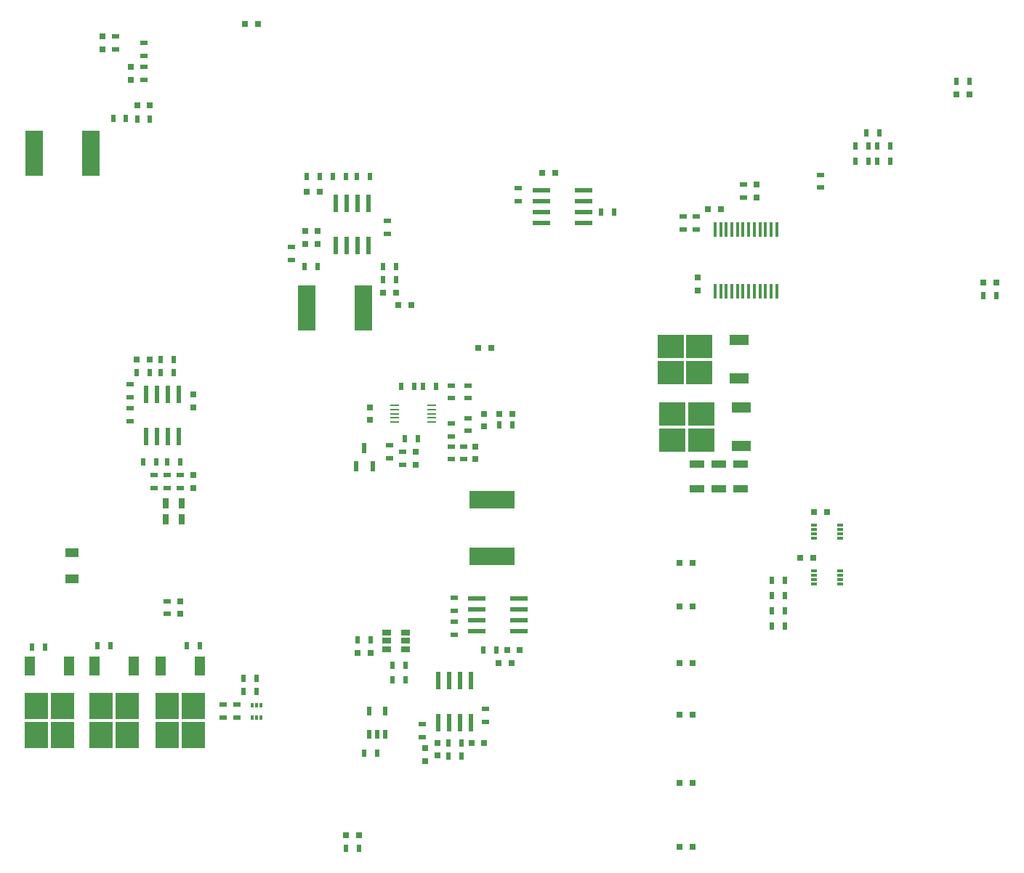
<source format=gbr>
G04 #@! TF.FileFunction,Paste,Bot*
%FSLAX46Y46*%
G04 Gerber Fmt 4.6, Leading zero omitted, Abs format (unit mm)*
G04 Created by KiCad (PCBNEW 4.0.7) date 12/12/18 15:38:43*
%MOMM*%
%LPD*%
G01*
G04 APERTURE LIST*
%ADD10C,0.100000*%
%ADD11R,0.800000X0.750000*%
%ADD12R,0.600000X2.000000*%
%ADD13R,0.750000X0.800000*%
%ADD14R,2.000000X5.300000*%
%ADD15R,1.200000X2.200000*%
%ADD16R,2.750000X3.050000*%
%ADD17R,0.400000X0.550000*%
%ADD18R,0.500000X0.900000*%
%ADD19R,0.900000X0.500000*%
%ADD20R,0.700000X1.300000*%
%ADD21R,0.600000X1.050000*%
%ADD22R,1.060000X0.650000*%
%ADD23R,2.000000X0.600000*%
%ADD24R,0.800000X0.300000*%
%ADD25R,1.600000X1.000000*%
%ADD26R,0.450000X1.750000*%
%ADD27R,5.300000X2.000000*%
%ADD28R,1.100000X0.250000*%
%ADD29R,0.600000X1.300000*%
%ADD30R,2.200000X1.200000*%
%ADD31R,3.050000X2.750000*%
%ADD32R,1.700000X0.900000*%
G04 APERTURE END LIST*
D10*
D11*
X81014020Y-69342020D03*
X79514020Y-69342020D03*
D12*
X51435020Y-77941020D03*
X52705020Y-77941020D03*
X55245020Y-77941020D03*
X55245020Y-82841020D03*
X53975020Y-82841020D03*
X52705020Y-82841020D03*
X51435020Y-82841020D03*
X53975020Y-77941020D03*
D13*
X51308020Y-86729020D03*
X51308020Y-85229020D03*
X49911020Y-87364020D03*
X49911020Y-85864020D03*
D11*
X55269020Y-85217020D03*
X56769020Y-85217020D03*
X17820968Y-10906658D03*
X16320968Y-10906658D03*
D13*
X37351830Y-25598682D03*
X37351830Y-27098682D03*
D11*
X37593830Y-21014682D03*
X36093830Y-21014682D03*
X44970020Y-32766020D03*
X46470020Y-32766020D03*
D13*
X56769020Y-48363020D03*
X56769020Y-46863020D03*
X35921810Y-25565662D03*
X35921810Y-27065662D03*
X22887770Y-54030938D03*
X22887770Y-55530938D03*
X22887770Y-46132938D03*
X22887770Y-44632938D03*
D11*
X16295770Y-40556938D03*
X17795770Y-40556938D03*
X65012020Y-18796020D03*
X63512020Y-18796020D03*
D13*
X12286000Y-4400000D03*
X12286000Y-2900000D03*
D11*
X114914000Y-31543248D03*
X116414000Y-31543248D03*
D13*
X88486000Y-20172000D03*
X88486000Y-21672000D03*
X21336020Y-70219020D03*
X21336020Y-68719020D03*
D11*
X93611020Y-63627020D03*
X95111020Y-63627020D03*
X96686097Y-58320007D03*
X95186097Y-58320007D03*
D13*
X81661020Y-30988020D03*
X81661020Y-32488020D03*
X55753020Y-50685020D03*
X55753020Y-52185020D03*
D11*
X42016000Y-74770000D03*
X43516000Y-74770000D03*
X59415000Y-74389000D03*
X60915000Y-74389000D03*
X59920020Y-75946020D03*
X58420020Y-75946020D03*
D14*
X42668020Y-34544020D03*
X36068020Y-34544020D03*
X4320020Y-16510020D03*
X10920020Y-16510020D03*
D15*
X19056020Y-76318020D03*
X23616020Y-76318020D03*
D16*
X22861020Y-84293020D03*
X19811020Y-80943020D03*
X19811020Y-84293020D03*
X22861020Y-80943020D03*
D15*
X11370000Y-76318020D03*
X15930000Y-76318020D03*
D16*
X15175000Y-84293020D03*
X12125000Y-80943020D03*
X12125000Y-84293020D03*
X15175000Y-80943020D03*
D15*
X3816020Y-76318020D03*
X8376020Y-76318020D03*
D16*
X7621020Y-84293020D03*
X4571020Y-80943020D03*
X4571020Y-84293020D03*
X7621020Y-80943020D03*
D17*
X29726020Y-82259020D03*
X30226020Y-82259020D03*
X30726020Y-82259020D03*
X30726020Y-80809020D03*
X30226020Y-80809020D03*
X29726020Y-80809020D03*
D18*
X42778000Y-86454000D03*
X44278000Y-86454000D03*
D19*
X49530020Y-83070020D03*
X49530020Y-84570020D03*
D18*
X54090020Y-86741020D03*
X52590020Y-86741020D03*
D19*
X56896020Y-82792020D03*
X56896020Y-81292020D03*
D18*
X52590020Y-85217020D03*
X54090020Y-85217020D03*
X13526968Y-12430658D03*
X15026968Y-12430658D03*
X16328568Y-12489058D03*
X17828568Y-12489058D03*
X36093830Y-19236682D03*
X37593830Y-19236682D03*
X41935830Y-19236682D03*
X43435830Y-19236682D03*
X39141830Y-19236682D03*
X40641830Y-19236682D03*
X44970020Y-29718020D03*
X46470020Y-29718020D03*
X46470020Y-31242020D03*
X44970020Y-31242020D03*
X60059020Y-48133020D03*
X58559020Y-48133020D03*
D19*
X34290020Y-27444020D03*
X34290020Y-28944020D03*
X47244020Y-51320020D03*
X47244020Y-52820020D03*
X45466020Y-25896020D03*
X45466020Y-24396020D03*
D18*
X35826020Y-29718020D03*
X37326020Y-29718020D03*
X23610020Y-73914020D03*
X22110020Y-73914020D03*
X13196020Y-73914020D03*
X11696020Y-73914020D03*
X5576020Y-74041020D03*
X4076020Y-74041020D03*
D19*
X27940020Y-80784020D03*
X27940020Y-82284020D03*
D18*
X28714020Y-77724020D03*
X30214020Y-77724020D03*
D19*
X26383000Y-80751000D03*
X26383000Y-82251000D03*
X18315770Y-54030938D03*
X18315770Y-55530938D03*
X21363770Y-55530938D03*
X21363770Y-54030938D03*
X19839770Y-54030938D03*
X19839770Y-55530938D03*
D18*
X18557770Y-52494938D03*
X17057770Y-52494938D03*
X21351770Y-52494938D03*
X19851770Y-52494938D03*
D20*
X19651770Y-57320938D03*
X21551770Y-57320938D03*
D19*
X15494020Y-46240020D03*
X15494020Y-47740020D03*
D18*
X19089770Y-40556938D03*
X20589770Y-40556938D03*
X17795770Y-42080938D03*
X16295770Y-42080938D03*
D19*
X15494020Y-44946020D03*
X15494020Y-43446020D03*
D18*
X20589770Y-42080938D03*
X19089770Y-42080938D03*
X71870020Y-23368020D03*
X70370020Y-23368020D03*
D19*
X60706000Y-20586020D03*
X60706000Y-22086020D03*
X13810000Y-2900000D03*
X13810000Y-4400000D03*
D18*
X100037618Y-17476082D03*
X101537618Y-17476082D03*
X100037618Y-15698082D03*
X101537618Y-15698082D03*
X102565618Y-17476082D03*
X104065618Y-17476082D03*
X102577618Y-15698082D03*
X104077618Y-15698082D03*
D19*
X95961618Y-20512082D03*
X95961618Y-19012082D03*
X86962000Y-20172000D03*
X86962000Y-21672000D03*
D18*
X116414000Y-33067248D03*
X114914000Y-33067248D03*
D19*
X19812020Y-68719020D03*
X19812020Y-70219020D03*
D18*
X90278513Y-68105849D03*
X91778513Y-68105849D03*
X90278513Y-69883849D03*
X91778513Y-69883849D03*
X91778513Y-66327849D03*
X90278513Y-66327849D03*
X91778513Y-71661849D03*
X90278513Y-71661849D03*
D19*
X52959020Y-50685020D03*
X52959020Y-52185020D03*
X54356020Y-52185020D03*
X54356020Y-50685020D03*
D18*
X46113020Y-76200020D03*
X47613020Y-76200020D03*
X46113020Y-77851020D03*
X47613020Y-77851020D03*
X58142020Y-74422020D03*
X56642020Y-74422020D03*
X43516000Y-73246000D03*
X42016000Y-73246000D03*
D19*
X53307000Y-69805000D03*
X53307000Y-68305000D03*
X53307000Y-72599000D03*
X53307000Y-71099000D03*
D21*
X45240000Y-81548000D03*
X43340000Y-81548000D03*
X43340000Y-84248000D03*
X44290000Y-84248000D03*
X45240000Y-84248000D03*
D12*
X39510830Y-22374682D03*
X40780830Y-22374682D03*
X43320830Y-22374682D03*
X43320830Y-27274682D03*
X42050830Y-27274682D03*
X40780830Y-27274682D03*
X39510830Y-27274682D03*
X42050830Y-22374682D03*
X21178370Y-49552538D03*
X19908370Y-49552538D03*
X17368370Y-49552538D03*
X17368370Y-44652538D03*
X18638370Y-44652538D03*
X19908370Y-44652538D03*
X21178370Y-44652538D03*
X18638370Y-49552538D03*
D22*
X45382000Y-74290000D03*
X45382000Y-73340000D03*
X45382000Y-72390000D03*
X47582000Y-72390000D03*
X47582000Y-74290000D03*
X47582000Y-73340000D03*
D23*
X55937000Y-72230000D03*
X55937000Y-70960000D03*
X55937000Y-68420000D03*
X60837000Y-68420000D03*
X60837000Y-69690000D03*
X60837000Y-70960000D03*
X60837000Y-72230000D03*
X55937000Y-69690000D03*
X68337600Y-20802600D03*
X68337600Y-22072600D03*
X68337600Y-24612600D03*
X63437600Y-24612600D03*
X63437600Y-23342600D03*
X63437600Y-22072600D03*
X63437600Y-20802600D03*
X68337600Y-23342600D03*
D24*
X98240497Y-65182407D03*
X98240497Y-65682407D03*
X98240497Y-66182407D03*
X98240497Y-66682407D03*
X95140497Y-66682407D03*
X95140497Y-66182407D03*
X95140497Y-65682407D03*
X95140497Y-65182407D03*
X98248097Y-59856007D03*
X98248097Y-60356007D03*
X98248097Y-60856007D03*
X98248097Y-61356007D03*
X95148097Y-61356007D03*
X95148097Y-60856007D03*
X95148097Y-60356007D03*
X95148097Y-59856007D03*
D19*
X45720020Y-50558020D03*
X45720020Y-52058020D03*
D18*
X30214020Y-79248020D03*
X28714020Y-79248020D03*
D25*
X8730000Y-66110000D03*
X8730000Y-63110000D03*
D19*
X17112000Y-3662000D03*
X17112000Y-5162000D03*
X17112000Y-6456000D03*
X17112000Y-7956000D03*
D13*
X15588000Y-7956000D03*
X15588000Y-6456000D03*
D26*
X83674020Y-25356020D03*
X84324020Y-25356020D03*
X84974020Y-25356020D03*
X85624020Y-25356020D03*
X86274020Y-25356020D03*
X86924020Y-25356020D03*
X87574020Y-25356020D03*
X88224020Y-25356020D03*
X88874020Y-25356020D03*
X89524020Y-25356020D03*
X90174020Y-25356020D03*
X90824020Y-25356020D03*
X90824020Y-32556020D03*
X90174020Y-32556020D03*
X89524020Y-32556020D03*
X88874020Y-32556020D03*
X88224020Y-32556020D03*
X87574020Y-32556020D03*
X86924020Y-32556020D03*
X86274020Y-32556020D03*
X85624020Y-32556020D03*
X84974020Y-32556020D03*
X84324020Y-32556020D03*
X83674020Y-32556020D03*
D19*
X81448176Y-23875744D03*
X81448176Y-25375744D03*
X79924176Y-23875744D03*
X79924176Y-25375744D03*
D11*
X113272020Y-9673024D03*
X111772020Y-9673024D03*
D27*
X57658020Y-56900020D03*
X57658020Y-63500020D03*
D20*
X19618750Y-59192918D03*
X21518750Y-59192918D03*
D18*
X111772020Y-8149024D03*
X113272020Y-8149024D03*
X101307618Y-14174082D03*
X102807618Y-14174082D03*
D11*
X82816020Y-22987020D03*
X84316020Y-22987020D03*
X30404520Y-1460520D03*
X28904520Y-1460520D03*
X48248020Y-34163020D03*
X46748020Y-34163020D03*
X57582520Y-39179520D03*
X56082520Y-39179520D03*
X81014020Y-64262020D03*
X79514020Y-64262020D03*
X81014020Y-97345520D03*
X79514020Y-97345520D03*
X81014020Y-89916020D03*
X79514020Y-89916020D03*
X81014020Y-81915020D03*
X79514020Y-81915020D03*
X81014020Y-75946020D03*
X79514020Y-75946020D03*
X40652020Y-96012020D03*
X42152020Y-96012020D03*
D18*
X42152020Y-97536020D03*
X40652020Y-97536020D03*
D11*
X60059020Y-46863020D03*
X58559020Y-46863020D03*
D13*
X43434020Y-47613020D03*
X43434020Y-46113020D03*
D19*
X54864020Y-43573020D03*
X54864020Y-45073020D03*
X52959020Y-43573020D03*
X52959020Y-45073020D03*
X52959020Y-49518020D03*
X52959020Y-48018020D03*
X54864020Y-47383020D03*
X54864020Y-48883020D03*
D18*
X47129020Y-43688020D03*
X48629020Y-43688020D03*
X49669020Y-43688020D03*
X51169020Y-43688020D03*
D28*
X50664020Y-45863020D03*
X50664020Y-46363020D03*
X50664020Y-46863020D03*
X50664020Y-47363020D03*
X50664020Y-47863020D03*
X46364020Y-47863020D03*
X46364020Y-47363020D03*
X46364020Y-46863020D03*
X46364020Y-46363020D03*
X46364020Y-45863020D03*
D13*
X48768020Y-52820020D03*
X48768020Y-51320020D03*
D29*
X42799020Y-50893020D03*
X41849020Y-52993020D03*
X43749020Y-52993020D03*
D18*
X47510020Y-49784020D03*
X49010020Y-49784020D03*
D30*
X86682020Y-46107020D03*
X86682020Y-50667020D03*
D31*
X78707020Y-49912020D03*
X82057020Y-46862020D03*
X78707020Y-46862020D03*
X82057020Y-49912020D03*
D30*
X86452020Y-38232020D03*
X86452020Y-42792020D03*
D31*
X78477020Y-42037020D03*
X81827020Y-38987020D03*
X78477020Y-38987020D03*
X81827020Y-42037020D03*
D32*
X81534020Y-55605020D03*
X81534020Y-52705020D03*
X84074020Y-55605020D03*
X84074020Y-52705020D03*
X86614020Y-55605020D03*
X86614020Y-52705020D03*
M02*

</source>
